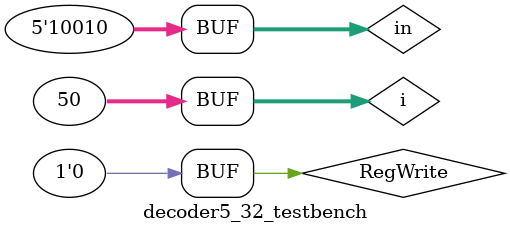
<source format=sv>
module decoder5_32(out, in, RegWrite);
	output logic [31:0] out;
	input logic [4:0] in;
	input logic RegWrite;
	logic [1:0] temp;

	decoder1_2 out1 (.out(temp[1:0]), .in(in[4]), .RegWrite);	
	
	genvar i;
	generate
	for(i=0; i < 2; i++) begin : eachd416
	decoder4_16 outfinal (.out(out[31-16*i:16-16*i]), .in(in[3:0]), .RegWrite(temp[1-i]));
	end
	endgenerate 	

	endmodule
	
module decoder5_32_testbench();
	logic [31:0] out;
	logic [4:0] in;
	logic RegWrite;
	integer i;

	decoder5_32 dut (.out, .in, .RegWrite);

	initial begin
	RegWrite = 0;
	in = 3'b000; #10;
	in = 3'b001; #10;
	in = 3'b010; #10;
	in = 3'b011; #10;
	RegWrite = 1; #100;
	in = 3'b100; #10;
	in = 3'b101; #10;
	in = 3'b110; #10;
	in = 3'b111; #10;	
	RegWrite = 0;
	in = 3'b000; #10;
	for (i = 0; i < 50; i++) begin
		in++; #10;
	end
	end
endmodule 		
</source>
